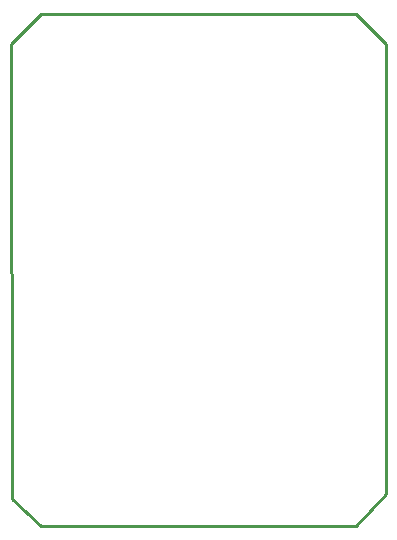
<source format=gbr>
G04 EAGLE Gerber X2 export*
%TF.Part,Single*%
%TF.FileFunction,Profile,NP*%
%TF.FilePolarity,Positive*%
%TF.GenerationSoftware,Autodesk,EAGLE,9.1.1*%
%TF.CreationDate,2018-07-26T12:17:36Z*%
G75*
%MOMM*%
%FSLAX34Y34*%
%LPD*%
%AMOC8*
5,1,8,0,0,1.08239X$1,22.5*%
G01*
%ADD10C,0.254000*%


D10*
X3810Y414020D02*
X5080Y29210D01*
X29210Y6350D01*
X295910Y6350D01*
X321310Y33020D01*
X321310Y414020D01*
X308610Y426720D01*
X295910Y439420D01*
X29210Y439420D01*
X3810Y414020D01*
M02*

</source>
